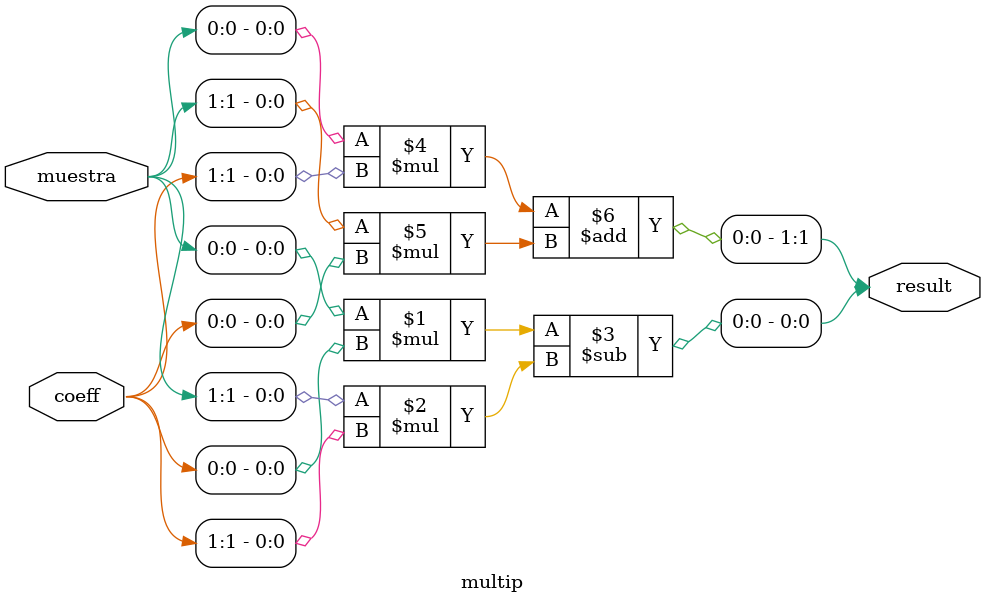
<source format=v>
`timescale 1ns / 1ps


module multip(
    muestra,
    coeff,
    result
    );
    
    parameter Nbits=2;
    input [Nbits*2-1:0] muestra;
    input [Nbits*2-1:0] coeff;
    output[Nbits*2-1:0] result;
     
    assign result[0] = muestra[0]*coeff[0]-muestra[1]*coeff[1]; 
    assign result[1] = muestra[0]*coeff[1]+muestra[1]*coeff[0];
    
    
    
    
    
    
    
endmodule

</source>
